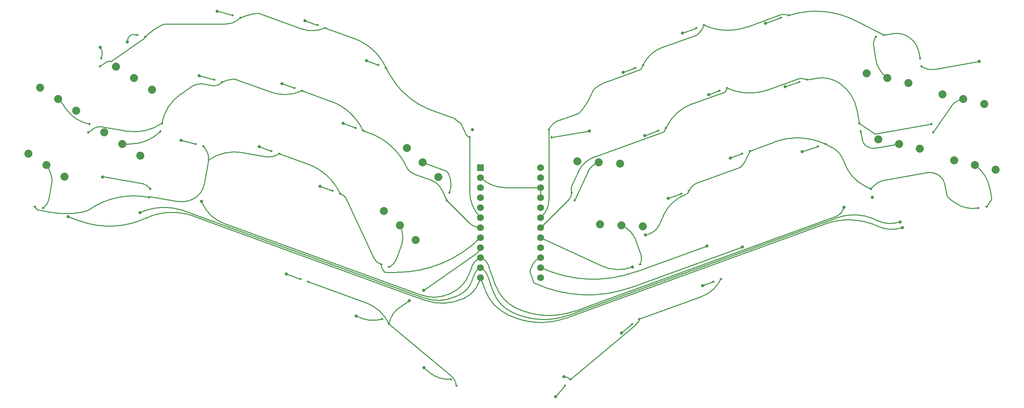
<source format=gbr>
%TF.GenerationSoftware,KiCad,Pcbnew,9.0.2*%
%TF.CreationDate,2025-06-13T21:11:18+02:00*%
%TF.ProjectId,quacken_pcb,71756163-6b65-46e5-9f70-63622e6b6963,v1.0.0*%
%TF.SameCoordinates,Original*%
%TF.FileFunction,Copper,L1,Top*%
%TF.FilePolarity,Positive*%
%FSLAX46Y46*%
G04 Gerber Fmt 4.6, Leading zero omitted, Abs format (unit mm)*
G04 Created by KiCad (PCBNEW 9.0.2) date 2025-06-13 21:11:18*
%MOMM*%
%LPD*%
G01*
G04 APERTURE LIST*
G04 Aperture macros list*
%AMRoundRect*
0 Rectangle with rounded corners*
0 $1 Rounding radius*
0 $2 $3 $4 $5 $6 $7 $8 $9 X,Y pos of 4 corners*
0 Add a 4 corners polygon primitive as box body*
4,1,4,$2,$3,$4,$5,$6,$7,$8,$9,$2,$3,0*
0 Add four circle primitives for the rounded corners*
1,1,$1+$1,$2,$3*
1,1,$1+$1,$4,$5*
1,1,$1+$1,$6,$7*
1,1,$1+$1,$8,$9*
0 Add four rect primitives between the rounded corners*
20,1,$1+$1,$2,$3,$4,$5,0*
20,1,$1+$1,$4,$5,$6,$7,0*
20,1,$1+$1,$6,$7,$8,$9,0*
20,1,$1+$1,$8,$9,$2,$3,0*%
G04 Aperture macros list end*
%TA.AperFunction,SMDPad,CuDef*%
%ADD10RoundRect,0.112500X0.041587X-0.214670X0.169844X0.137715X-0.041587X0.214670X-0.169844X-0.137715X0*%
%TD*%
%TA.AperFunction,SMDPad,CuDef*%
%ADD11RoundRect,0.112500X-0.169844X0.137715X-0.041587X-0.214670X0.169844X-0.137715X0.041587X0.214670X0*%
%TD*%
%TA.AperFunction,SMDPad,CuDef*%
%ADD12RoundRect,0.112500X0.214670X0.041587X-0.137715X0.169844X-0.214670X-0.041587X0.137715X-0.169844X0*%
%TD*%
%TA.AperFunction,ComponentPad*%
%ADD13C,2.032000*%
%TD*%
%TA.AperFunction,SMDPad,CuDef*%
%ADD14RoundRect,0.112500X0.211246X0.056460X-0.149227X0.159824X-0.211246X-0.056460X0.149227X-0.159824X0*%
%TD*%
%TA.AperFunction,SMDPad,CuDef*%
%ADD15RoundRect,0.112500X0.165116X0.143350X-0.204187X0.078232X-0.165116X-0.143350X0.204187X-0.078232X0*%
%TD*%
%TA.AperFunction,SMDPad,CuDef*%
%ADD16RoundRect,0.112500X0.137715X0.169844X-0.214670X0.041587X-0.137715X-0.169844X0.214670X-0.041587X0*%
%TD*%
%TA.AperFunction,SMDPad,CuDef*%
%ADD17RoundRect,0.112500X0.078232X-0.204187X0.143350X0.165116X-0.078232X0.204187X-0.143350X-0.165116X0*%
%TD*%
%TA.AperFunction,SMDPad,CuDef*%
%ADD18RoundRect,0.112500X0.149227X0.159824X-0.211246X0.056460X-0.149227X-0.159824X0.211246X-0.056460X0*%
%TD*%
%TA.AperFunction,SMDPad,CuDef*%
%ADD19RoundRect,0.112500X-0.137715X-0.169844X0.214670X-0.041587X0.137715X0.169844X-0.214670X0.041587X0*%
%TD*%
%TA.AperFunction,ComponentPad*%
%ADD20R,1.752600X1.752600*%
%TD*%
%TA.AperFunction,ComponentPad*%
%ADD21C,1.752600*%
%TD*%
%TA.AperFunction,SMDPad,CuDef*%
%ADD22RoundRect,0.112500X0.204187X0.078232X-0.165116X0.143350X-0.204187X-0.078232X0.165116X-0.143350X0*%
%TD*%
%TA.AperFunction,SMDPad,CuDef*%
%ADD23RoundRect,0.112500X-0.078232X0.204187X-0.143350X-0.165116X0.078232X-0.204187X0.143350X0.165116X0*%
%TD*%
%TA.AperFunction,SMDPad,CuDef*%
%ADD24RoundRect,0.112500X-0.143350X0.165116X-0.078232X-0.204187X0.143350X-0.165116X0.078232X0.204187X0*%
%TD*%
%TA.AperFunction,SMDPad,CuDef*%
%ADD25RoundRect,0.112500X0.034343X0.215947X-0.206703X-0.071320X-0.034343X-0.215947X0.206703X0.071320X0*%
%TD*%
%TA.AperFunction,SMDPad,CuDef*%
%ADD26RoundRect,0.112500X0.218118X-0.015391X-0.089064X0.199700X-0.218118X0.015391X0.089064X-0.199700X0*%
%TD*%
%TA.AperFunction,SMDPad,CuDef*%
%ADD27RoundRect,0.112500X0.089064X0.199700X-0.218118X-0.015391X-0.089064X-0.199700X0.218118X0.015391X0*%
%TD*%
%TA.AperFunction,SMDPad,CuDef*%
%ADD28RoundRect,0.112500X-0.204187X-0.078232X0.165116X-0.143350X0.204187X0.078232X-0.165116X0.143350X0*%
%TD*%
%TA.AperFunction,SMDPad,CuDef*%
%ADD29RoundRect,0.112500X-0.165116X-0.143350X0.204187X-0.078232X0.165116X0.143350X-0.204187X0.078232X0*%
%TD*%
%TA.AperFunction,SMDPad,CuDef*%
%ADD30RoundRect,0.112500X0.206703X-0.071320X-0.034343X0.215947X-0.206703X0.071320X0.034343X-0.215947X0*%
%TD*%
%TA.AperFunction,SMDPad,CuDef*%
%ADD31RoundRect,0.112500X-0.214670X-0.041587X0.137715X-0.169844X0.214670X0.041587X-0.137715X0.169844X0*%
%TD*%
%TA.AperFunction,ViaPad*%
%ADD32C,0.800000*%
%TD*%
%TA.AperFunction,Conductor*%
%ADD33C,0.250000*%
%TD*%
G04 APERTURE END LIST*
D10*
%TO.P,,1*%
%TO.N,P20*%
X187440058Y-119603703D03*
%TO.P,,2*%
%TO.N,inner_top*%
X188158300Y-117630349D03*
%TD*%
D11*
%TO.P,,1*%
%TO.N,P4*%
X213321228Y-133605120D03*
%TO.P,,2*%
%TO.N,mirror_inner_home*%
X214039470Y-135578474D03*
%TD*%
D12*
%TO.P,,1*%
%TO.N,P19*%
X160443712Y-117902839D03*
%TO.P,,2*%
%TO.N,index_home*%
X158470358Y-117184597D03*
%TD*%
D13*
%TO.P,S27,1*%
%TO.N,P16*%
X94842790Y-118343623D03*
%TO.P,S27,2*%
%TO.N,pinky_home*%
X99402171Y-121279962D03*
%TO.P,S27,3*%
%TO.N,P16*%
X103961547Y-124216299D03*
%TD*%
D14*
%TO.P,,1*%
%TO.N,P18*%
X120014931Y-121893109D03*
%TO.P,,2*%
%TO.N,ring_bottom*%
X117996281Y-121314271D03*
%TD*%
D15*
%TO.P,,1*%
%TO.N,P3*%
X292452289Y-93621494D03*
%TO.P,,2*%
%TO.N,mirror_pinky_top*%
X290384193Y-93986156D03*
%TD*%
D16*
%TO.P,,1*%
%TO.N,P3*%
X246841367Y-91059757D03*
%TO.P,,2*%
%TO.N,mirror_middle_top*%
X244868013Y-91778001D03*
%TD*%
%TO.P,,1*%
%TO.N,P6*%
X251149254Y-155524044D03*
%TO.P,,2*%
%TO.N,mirror_tucky_default*%
X249175900Y-156242288D03*
%TD*%
%TO.P,,1*%
%TO.N,P4*%
X252655716Y-107034535D03*
%TO.P,,2*%
%TO.N,mirror_middle_home*%
X250682362Y-107752779D03*
%TD*%
D17*
%TO.P,,1*%
%TO.N,P18*%
X106155602Y-134808210D03*
%TO.P,,2*%
%TO.N,pinky_bottom*%
X106520264Y-132740114D03*
%TD*%
D13*
%TO.P,S28,1*%
%TO.N,P16*%
X97794795Y-101601890D03*
%TO.P,S28,2*%
%TO.N,pinky_top*%
X102354176Y-104538229D03*
%TO.P,S28,3*%
%TO.N,P16*%
X106913552Y-107474566D03*
%TD*%
D18*
%TO.P,,1*%
%TO.N,P5*%
X277668921Y-121314268D03*
%TO.P,,2*%
%TO.N,mirror_ring_bottom*%
X275650271Y-121893106D03*
%TD*%
D13*
%TO.P,S37,1*%
%TO.N,P9*%
X231350707Y-142207455D03*
%TO.P,S37,2*%
%TO.N,mirror_inner_bottom*%
X225934003Y-141944201D03*
%TO.P,S37,3*%
%TO.N,P9*%
X220517295Y-141680950D03*
%TD*%
D11*
%TO.P,,1*%
%TO.N,P3*%
X207506880Y-117630350D03*
%TO.P,,2*%
%TO.N,mirror_inner_top*%
X208225124Y-119603704D03*
%TD*%
D17*
%TO.P,,1*%
%TO.N,P19*%
X90790688Y-118289158D03*
%TO.P,,2*%
%TO.N,outer_home*%
X91155350Y-116221062D03*
%TD*%
D19*
%TO.P,,1*%
%TO.N,P5*%
X228675350Y-152545973D03*
%TO.P,,2*%
%TO.N,mirror_inner_bottom*%
X230648704Y-151827731D03*
%TD*%
D17*
%TO.P,,1*%
%TO.N,P20*%
X93742697Y-101547427D03*
%TO.P,,2*%
%TO.N,outer_top*%
X94107359Y-99479331D03*
%TD*%
D20*
%TO.P,MCU1,1*%
%TO.N,RAW*%
X190212593Y-127246948D03*
D21*
%TO.P,MCU1,2*%
%TO.N,GND*%
X190212592Y-129786947D03*
%TO.P,MCU1,3*%
%TO.N,RST*%
X190212591Y-132326949D03*
%TO.P,MCU1,4*%
%TO.N,VCC*%
X190212591Y-134866948D03*
%TO.P,MCU1,5*%
%TO.N,P21*%
X190212589Y-137406947D03*
%TO.P,MCU1,6*%
%TO.N,P20*%
X190212594Y-139946948D03*
%TO.P,MCU1,7*%
%TO.N,P19*%
X190212594Y-142486947D03*
%TO.P,MCU1,8*%
%TO.N,P18*%
X190212591Y-145026950D03*
%TO.P,MCU1,9*%
%TO.N,P15*%
X190212592Y-147566950D03*
%TO.P,MCU1,10*%
%TO.N,P14*%
X190212591Y-150106948D03*
%TO.P,MCU1,11*%
%TO.N,P16*%
X190212591Y-152646949D03*
%TO.P,MCU1,12*%
%TO.N,P10*%
X190212591Y-155186949D03*
%TO.P,MCU1,13*%
%TO.N,P1*%
X205452593Y-127246947D03*
%TO.P,MCU1,14*%
%TO.N,P0*%
X205452593Y-129786947D03*
%TO.P,MCU1,15*%
%TO.N,GND*%
X205452593Y-132326948D03*
%TO.P,MCU1,16*%
X205452592Y-134866946D03*
%TO.P,MCU1,17*%
%TO.N,P2*%
X205452593Y-137406946D03*
%TO.P,MCU1,18*%
%TO.N,P3*%
X205452590Y-139946949D03*
%TO.P,MCU1,19*%
%TO.N,P4*%
X205452590Y-142486948D03*
%TO.P,MCU1,20*%
%TO.N,P5*%
X205452595Y-145026949D03*
%TO.P,MCU1,21*%
%TO.N,P6*%
X205452593Y-147566948D03*
%TO.P,MCU1,22*%
%TO.N,P7*%
X205452593Y-150106947D03*
%TO.P,MCU1,23*%
%TO.N,P8*%
X205452592Y-152646949D03*
%TO.P,MCU1,24*%
%TO.N,P9*%
X205452591Y-155186948D03*
%TD*%
D22*
%TO.P,,1*%
%TO.N,P20*%
X105280994Y-93986157D03*
%TO.P,,2*%
%TO.N,pinky_top*%
X103212898Y-93621495D03*
%TD*%
D13*
%TO.P,S30,1*%
%TO.N,P16*%
X288022306Y-103338371D03*
%TO.P,S30,2*%
%TO.N,mirror_pinky_top*%
X293311006Y-104538226D03*
%TO.P,S30,3*%
%TO.N,P16*%
X298599707Y-105738081D03*
%TD*%
D16*
%TO.P,,1*%
%TO.N,P5*%
X258470049Y-123009304D03*
%TO.P,,2*%
%TO.N,mirror_middle_bottom*%
X256496695Y-123727548D03*
%TD*%
%TO.P,,1*%
%TO.N,P5*%
X243009176Y-133159356D03*
%TO.P,,2*%
%TO.N,mirror_index_bottom*%
X241035822Y-133877600D03*
%TD*%
D13*
%TO.P,S32,1*%
%TO.N,P10*%
X87693654Y-112818248D03*
%TO.P,S32,2*%
%TO.N,outer_home*%
X83134273Y-109881909D03*
%TO.P,S32,3*%
%TO.N,P10*%
X78574897Y-106945572D03*
%TD*%
%TO.P,S33,1*%
%TO.N,P9*%
X173711409Y-145627670D03*
%TO.P,S33,2*%
%TO.N,inner_bottom*%
X169731187Y-141944212D03*
%TO.P,S33,3*%
%TO.N,P9*%
X165750967Y-138260760D03*
%TD*%
D23*
%TO.P,,1*%
%TO.N,P19*%
X109472287Y-115998378D03*
%TO.P,,2*%
%TO.N,pinky_home*%
X109107625Y-118066474D03*
%TD*%
D14*
%TO.P,,1*%
%TO.N,P19*%
X124700758Y-105551668D03*
%TO.P,,2*%
%TO.N,ring_home*%
X122682108Y-104972830D03*
%TD*%
D13*
%TO.P,S35,1*%
%TO.N,P10*%
X320771642Y-127823503D03*
%TO.P,S35,2*%
%TO.N,mirror_outer_bottom*%
X315482942Y-126623648D03*
%TO.P,S35,3*%
%TO.N,P10*%
X310194241Y-125423793D03*
%TD*%
D12*
%TO.P,,1*%
%TO.N,P18*%
X154629362Y-133877609D03*
%TO.P,,2*%
%TO.N,index_bottom*%
X152656008Y-133159367D03*
%TD*%
D24*
%TO.P,,1*%
%TO.N,P3*%
X301557823Y-99479327D03*
%TO.P,,2*%
%TO.N,mirror_outer_top*%
X301922485Y-101547423D03*
%TD*%
%TO.P,,1*%
%TO.N,P4*%
X304509844Y-116221060D03*
%TO.P,,2*%
%TO.N,mirror_outer_home*%
X304874506Y-118289156D03*
%TD*%
D13*
%TO.P,S34,1*%
%TO.N,P9*%
X179525749Y-129652888D03*
%TO.P,S34,2*%
%TO.N,inner_home*%
X175545527Y-125969430D03*
%TO.P,S34,3*%
%TO.N,P9*%
X171565307Y-122285978D03*
%TD*%
D24*
%TO.P,,1*%
%TO.N,P5*%
X289144929Y-132740110D03*
%TO.P,,2*%
%TO.N,mirror_pinky_bottom*%
X289509591Y-134808206D03*
%TD*%
D12*
%TO.P,,1*%
%TO.N,P20*%
X166258054Y-101928059D03*
%TO.P,,2*%
%TO.N,index_top*%
X164284700Y-101209817D03*
%TD*%
D25*
%TO.P,,1*%
%TO.N,P6*%
X212960185Y-181032069D03*
%TO.P,,2*%
%TO.N,mirror_reachy_default*%
X211610331Y-182640763D03*
%TD*%
D26*
%TO.P,,1*%
%TO.N,P15*%
X167009788Y-166968725D03*
%TO.P,,2*%
%TO.N,comfy_default*%
X165289568Y-165764215D03*
%TD*%
D13*
%TO.P,S38,1*%
%TO.N,P9*%
X225536369Y-126232681D03*
%TO.P,S38,2*%
%TO.N,mirror_inner_home*%
X220119665Y-125969427D03*
%TO.P,S38,3*%
%TO.N,P9*%
X214702957Y-125706176D03*
%TD*%
D12*
%TO.P,,1*%
%TO.N,P18*%
X139168493Y-123727545D03*
%TO.P,,2*%
%TO.N,middle_bottom*%
X137195139Y-123009303D03*
%TD*%
D27*
%TO.P,,1*%
%TO.N,P6*%
X230375628Y-165764216D03*
%TO.P,,2*%
%TO.N,mirror_comfy_default*%
X228655408Y-166968726D03*
%TD*%
D12*
%TO.P,,1*%
%TO.N,P19*%
X144982837Y-107752779D03*
%TO.P,,2*%
%TO.N,middle_home*%
X143009483Y-107034537D03*
%TD*%
D16*
%TO.P,,1*%
%TO.N,P4*%
X237194832Y-117184592D03*
%TO.P,,2*%
%TO.N,mirror_index_home*%
X235221478Y-117902836D03*
%TD*%
D13*
%TO.P,S36,1*%
%TO.N,P10*%
X317819616Y-111081760D03*
%TO.P,S36,2*%
%TO.N,mirror_outer_home*%
X312530916Y-109881905D03*
%TO.P,S36,3*%
%TO.N,P10*%
X307242215Y-108682050D03*
%TD*%
D16*
%TO.P,,1*%
%TO.N,P3*%
X231380486Y-101209813D03*
%TO.P,,2*%
%TO.N,mirror_index_top*%
X229407132Y-101928057D03*
%TD*%
D13*
%TO.P,S29,1*%
%TO.N,P16*%
X290974329Y-120080106D03*
%TO.P,S29,2*%
%TO.N,mirror_pinky_home*%
X296263029Y-121279961D03*
%TO.P,S29,3*%
%TO.N,P16*%
X301551730Y-122479816D03*
%TD*%
%TO.P,S31,1*%
%TO.N,P10*%
X84741630Y-129559977D03*
%TO.P,S31,2*%
%TO.N,outer_bottom*%
X80182249Y-126623638D03*
%TO.P,S31,3*%
%TO.N,P10*%
X75622873Y-123687301D03*
%TD*%
D28*
%TO.P,,1*%
%TO.N,P18*%
X77255437Y-137175719D03*
%TO.P,,2*%
%TO.N,outer_bottom*%
X79323533Y-137540381D03*
%TD*%
D14*
%TO.P,,1*%
%TO.N,P20*%
X129386600Y-89210209D03*
%TO.P,,2*%
%TO.N,ring_top*%
X127367950Y-88631371D03*
%TD*%
D18*
%TO.P,,1*%
%TO.N,P4*%
X272983084Y-104972825D03*
%TO.P,,2*%
%TO.N,mirror_ring_home*%
X270964434Y-105551663D03*
%TD*%
D12*
%TO.P,,1*%
%TO.N,P15*%
X146489292Y-156242291D03*
%TO.P,,2*%
%TO.N,tucky_default*%
X144515938Y-155524049D03*
%TD*%
D18*
%TO.P,,1*%
%TO.N,P3*%
X268297252Y-88631370D03*
%TO.P,,2*%
%TO.N,mirror_ring_top*%
X266278602Y-89210208D03*
%TD*%
D29*
%TO.P,,1*%
%TO.N,P5*%
X316341658Y-137540379D03*
%TO.P,,2*%
%TO.N,mirror_outer_bottom*%
X318409754Y-137175717D03*
%TD*%
D12*
%TO.P,,1*%
%TO.N,P20*%
X150797181Y-91777998D03*
%TO.P,,2*%
%TO.N,middle_top*%
X148823827Y-91059756D03*
%TD*%
D30*
%TO.P,,1*%
%TO.N,P15*%
X184054848Y-182640768D03*
%TO.P,,2*%
%TO.N,reachy_default*%
X182704994Y-181032074D03*
%TD*%
D31*
%TO.P,,1*%
%TO.N,P18*%
X165016492Y-151827739D03*
%TO.P,,2*%
%TO.N,inner_bottom*%
X166989846Y-152545981D03*
%TD*%
D24*
%TO.P,,1*%
%TO.N,P4*%
X286192898Y-115998379D03*
%TO.P,,2*%
%TO.N,mirror_pinky_home*%
X286557560Y-118066475D03*
%TD*%
D10*
%TO.P,,1*%
%TO.N,P19*%
X181625723Y-135578478D03*
%TO.P,,2*%
%TO.N,inner_home*%
X182343965Y-133605124D03*
%TD*%
D32*
%TO.N,P15*%
X172167494Y-161037238D03*
X175797507Y-158417789D03*
%TO.N,P14*%
X282297825Y-137323248D03*
X119497074Y-135873400D03*
%TO.N,P16*%
X103912764Y-138693313D03*
X296476988Y-141048338D03*
%TO.N,P10*%
X85656544Y-139731953D03*
X297127178Y-142487123D03*
%TO.N,P5*%
X228675348Y-152545980D03*
X231974194Y-144415671D03*
%TO.N,P6*%
X211360976Y-180376806D03*
%TO.N,P7*%
X256592320Y-147449749D03*
%TO.N,P8*%
X247586764Y-147163382D03*
%TO.N,pinky_bottom*%
X94419698Y-129675712D03*
%TO.N,ring_bottom*%
X114301173Y-120316294D03*
%TO.N,ring_home*%
X118890888Y-103947282D03*
%TO.N,ring_top*%
X123480595Y-87578266D03*
%TO.N,middle_bottom*%
X134157408Y-121940831D03*
%TO.N,middle_home*%
X139877779Y-105931854D03*
%TO.N,middle_top*%
X145692124Y-89957076D03*
%TO.N,index_bottom*%
X149541427Y-132009692D03*
%TO.N,index_home*%
X155355767Y-116034919D03*
%TO.N,index_top*%
X161264066Y-100094345D03*
%TO.N,tucky_default*%
X140951509Y-154251771D03*
%TO.N,comfy_default*%
X158711782Y-164929608D03*
%TO.N,reachy_default*%
X175826559Y-178076625D03*
%TO.N,mirror_pinky_bottom*%
X289509591Y-134808208D03*
%TO.N,mirror_ring_bottom*%
X271721988Y-123191907D03*
%TO.N,mirror_ring_home*%
X267419754Y-106714928D03*
%TO.N,mirror_ring_top*%
X262360613Y-90625958D03*
%TO.N,mirror_middle_bottom*%
X253481080Y-124800237D03*
%TO.N,mirror_middle_home*%
X248034087Y-108716941D03*
%TO.N,mirror_middle_top*%
X241438118Y-93079872D03*
%TO.N,mirror_index_bottom*%
X237757956Y-135077674D03*
%TO.N,mirror_index_home*%
X231868441Y-119123504D03*
%TO.N,mirror_index_top*%
X226336008Y-103046133D03*
%TO.N,mirror_tucky_default*%
X246464780Y-157298099D03*
%TO.N,mirror_comfy_default*%
X225875887Y-169288604D03*
%TO.N,mirror_reachy_default*%
X209210225Y-185461266D03*
%TO.N,pinky_top*%
X100656344Y-95364742D03*
%TO.N,outer_top*%
X93862227Y-96694453D03*
%TO.N,inner_top*%
X188158308Y-117630350D03*
%TO.N,mirror_outer_top*%
X316607858Y-100313184D03*
%TO.N,mirror_inner_top*%
X217796976Y-117933310D03*
%TD*%
D33*
%TO.N,GND*%
X205452593Y-132326948D02*
X196344697Y-132326948D01*
X205452592Y-134866946D02*
X205452593Y-132326948D01*
X196344697Y-132326948D02*
G75*
G02*
X190212606Y-129786933I3J8672048D01*
G01*
%TO.N,P20*%
X94860832Y-100764496D02*
X95003216Y-100667727D01*
X166654563Y-102744058D02*
X167083783Y-103528895D01*
X130653513Y-88694284D02*
X130971702Y-88590277D01*
X184396561Y-115523880D02*
X184534207Y-115576901D01*
X185322918Y-116245057D02*
X186478004Y-118722146D01*
X95003216Y-100667727D02*
X95174697Y-100562907D01*
X108603616Y-91456869D02*
X108929437Y-91280465D01*
X167545911Y-104294802D02*
X168040137Y-105040414D01*
X168565566Y-105764372D02*
X169121248Y-106465375D01*
X166258056Y-101928064D02*
X166454705Y-102343919D01*
X169121248Y-106465375D02*
X169706181Y-107142169D01*
X130324805Y-88812262D02*
X130653513Y-88694284D01*
X173767593Y-110629385D02*
X174525067Y-111105212D01*
X93742693Y-101547423D02*
X94860832Y-100764496D01*
X173030997Y-110121825D02*
X173767593Y-110629385D01*
X129386589Y-89210214D02*
X129691736Y-89070521D01*
X183541620Y-114790454D02*
X183981091Y-115143174D01*
X132645473Y-88197443D02*
X132974562Y-88149572D01*
X106401755Y-92961341D02*
X106703806Y-92718782D01*
X105828207Y-93459506D02*
X106116964Y-93202221D01*
X95768121Y-100293650D02*
X95852694Y-100267282D01*
X133325582Y-88108635D02*
X133655708Y-88079932D01*
X131307341Y-88490935D02*
X131630373Y-88405362D01*
X131630373Y-88405362D02*
X131972022Y-88325074D01*
X106703806Y-92718782D02*
X107000202Y-92493094D01*
X168040137Y-105040414D02*
X168565566Y-105764372D01*
X132974562Y-88149572D02*
X133325582Y-88108635D01*
X95174697Y-100562907D02*
X95322090Y-100483161D01*
X130012606Y-88934347D02*
X130324805Y-88812262D01*
X95916759Y-100249606D02*
X95965154Y-100237670D01*
X170959533Y-108418265D02*
X171625699Y-109015274D01*
X130971702Y-88590277D02*
X131307341Y-88490935D01*
X95511267Y-100392847D02*
X95656873Y-100333217D01*
X131972022Y-88325074D02*
X132298711Y-88258249D01*
X95852694Y-100267282D02*
X95916759Y-100249606D01*
X166454705Y-102343919D02*
X166654563Y-102744058D01*
X95965154Y-100237670D02*
X96112235Y-100210780D01*
X108265641Y-91651418D02*
X108603616Y-91456869D01*
X132298711Y-88258249D02*
X132645473Y-88197443D01*
X96669203Y-100200801D02*
X105068682Y-94319418D01*
X184534207Y-115576901D02*
X184669106Y-115641520D01*
X172316600Y-109583470D02*
X173030997Y-110121825D01*
X129691736Y-89070521D02*
X130012606Y-88934347D01*
X175302058Y-111548465D02*
X176097168Y-111958348D01*
X178155512Y-112830061D02*
X183541620Y-114790454D01*
X176097168Y-111958348D02*
X176908953Y-112334105D01*
X183981091Y-115143174D02*
X184396561Y-115523880D01*
X169706181Y-107142169D02*
X170319318Y-107793520D01*
X133655708Y-88079932D02*
X134010214Y-88059272D01*
X109970423Y-90784696D02*
X125585456Y-90784698D01*
X174525067Y-111105212D02*
X175302058Y-111548465D01*
X176908953Y-112334105D02*
X177735950Y-112675080D01*
X107314862Y-92265894D02*
X107622020Y-92056030D01*
X150797175Y-91777998D02*
X158070000Y-94425088D01*
X185138038Y-116009931D02*
X185322918Y-116245057D01*
X105555846Y-93714877D02*
X105828207Y-93459506D01*
X134010214Y-88059272D02*
X144931034Y-92034122D01*
X106116964Y-93202221D02*
X106401755Y-92961341D01*
X170319318Y-107793520D02*
X170959533Y-108418265D01*
X107622020Y-92056030D02*
X107948652Y-91844831D01*
X95656873Y-100333217D02*
X95768121Y-100293650D01*
X184918247Y-115807043D02*
X185138038Y-116009931D01*
X184669106Y-115641520D02*
X184918247Y-115807043D01*
X107948652Y-91844831D02*
X108265641Y-91651418D01*
X96494467Y-100234386D02*
X96538759Y-100229524D01*
X96571814Y-100224554D02*
X96669203Y-100200801D01*
X167083783Y-103528895D02*
X167545911Y-104294802D01*
X177735950Y-112675080D02*
X178155512Y-112830061D01*
X96538759Y-100229524D02*
X96571814Y-100224554D01*
X96250958Y-100231391D02*
X96356086Y-100238307D01*
X105280995Y-93986159D02*
X105555846Y-93714877D01*
X96356086Y-100238307D02*
X96435193Y-100238030D01*
X96435193Y-100238030D02*
X96494467Y-100234386D01*
X171625699Y-109015274D02*
X172316600Y-109583470D01*
X109278084Y-91103118D02*
X109611693Y-90944307D01*
X107000202Y-92493094D02*
X107314862Y-92265894D01*
X96112235Y-100210780D02*
X96250958Y-100231391D01*
X108929437Y-91280465D02*
X109278084Y-91103118D01*
X109611693Y-90944307D02*
X109970423Y-90784696D01*
X95322090Y-100483161D02*
X95511267Y-100392847D01*
X187440067Y-119603698D02*
X187440062Y-133253451D01*
X186478004Y-118722146D02*
G75*
G03*
X187440056Y-119603711I1545196J720546D01*
G01*
X105068682Y-94319418D02*
G75*
G03*
X105280974Y-93986150I-296182J422918D01*
G01*
X125585456Y-90784698D02*
G75*
G03*
X129386610Y-89210233I44J5375598D01*
G01*
X144931034Y-92034122D02*
G75*
G03*
X150797162Y-91777970I2623866J7209022D01*
G01*
X158070000Y-94425088D02*
G75*
G02*
X166258072Y-101928064I-4962900J-13635412D01*
G01*
X187440062Y-133253451D02*
G75*
G03*
X190212620Y-139946920I9466038J51D01*
G01*
%TO.N,P19*%
X125243416Y-105315442D02*
X125527767Y-105208921D01*
X124976301Y-105426088D02*
X125243416Y-105315442D01*
X124700755Y-105551665D02*
X124976301Y-105426088D01*
X181625726Y-135578472D02*
X187347379Y-141300140D01*
X125527767Y-105208921D02*
X125801345Y-105117210D01*
X94528390Y-116925481D02*
X100522733Y-117982443D01*
X127848568Y-104736345D02*
X137083715Y-108097661D01*
X127256440Y-104793144D02*
X127540116Y-104760727D01*
X180401410Y-132952937D02*
X181625721Y-135578477D01*
X125801345Y-105117210D02*
X126093360Y-105030327D01*
X90790679Y-118289159D02*
X91908818Y-117506232D01*
X123780165Y-106196270D02*
X124700757Y-105551668D01*
X126093360Y-105030327D02*
X126371938Y-104958037D01*
X126670468Y-104891409D02*
X126952463Y-104838935D01*
X122444475Y-106455816D02*
X122544779Y-106470143D01*
X126371938Y-104958037D02*
X126670468Y-104891409D01*
X173366669Y-128877908D02*
X177659388Y-130440334D01*
X120204070Y-106060775D02*
X122444475Y-106455816D01*
X126952463Y-104838935D02*
X127256440Y-104793144D01*
X160443717Y-117902833D02*
X162012673Y-118473894D01*
X114140552Y-108670661D02*
X116785489Y-106818661D01*
X127540116Y-104760727D02*
X127848568Y-104736345D01*
X144982840Y-107752773D02*
X152255661Y-110399871D01*
X187347379Y-141300140D02*
G75*
G03*
X190212601Y-142486948I2865221J2865240D01*
G01*
X152255661Y-110399871D02*
G75*
G02*
X160443753Y-117902816I-4962861J-13635429D01*
G01*
X100522733Y-117982443D02*
G75*
G03*
X109472263Y-115998354I2079767J11795043D01*
G01*
X137083715Y-108097661D02*
G75*
G03*
X144982853Y-107752801I3533285J9707561D01*
G01*
X109472284Y-115998384D02*
G75*
G02*
X114140535Y-108670637I11179516J-1971216D01*
G01*
X162012673Y-118473894D02*
G75*
G02*
X171497857Y-127165480I-5748973J-15795306D01*
G01*
X122544779Y-106470143D02*
G75*
G03*
X123780171Y-106196279I287121J1628143D01*
G01*
X116785489Y-106818661D02*
G75*
G02*
X120204067Y-106060795I2624111J-3747639D01*
G01*
X177659388Y-130440334D02*
G75*
G02*
X180401377Y-132952952I-1661988J-4566166D01*
G01*
X171497868Y-127165475D02*
G75*
G03*
X173366671Y-128877902I3001432J1399575D01*
G01*
X91908818Y-117506232D02*
G75*
G02*
X94528388Y-116925495I2010782J-2871668D01*
G01*
%TO.N,P18*%
X139168490Y-123727545D02*
X146441310Y-126374634D01*
X83709098Y-138874137D02*
X84149134Y-138899650D01*
X85056309Y-138922375D02*
X85526864Y-138918310D01*
X155974529Y-134855196D02*
X156055979Y-134972560D01*
X155504653Y-134364942D02*
X155622781Y-134466993D01*
X88666688Y-138604744D02*
X89151390Y-138510313D01*
X84149134Y-138899650D02*
X84617198Y-138916498D01*
X165994115Y-153875630D02*
X168849979Y-153875634D01*
X156055979Y-134972560D02*
X156112024Y-135063962D01*
X156150758Y-135134482D02*
X156177703Y-135188505D01*
X106428273Y-134620343D02*
X113396040Y-135848945D01*
X85526864Y-138918310D02*
X85963645Y-138904536D01*
X158421588Y-140056716D02*
X163085327Y-150058151D01*
X88249520Y-138676041D02*
X88666688Y-138604744D01*
X120134555Y-131591823D02*
X121229449Y-125382366D01*
X105815557Y-134748255D02*
X106155612Y-134808213D01*
X90300923Y-138230061D02*
X90609750Y-138140162D01*
X77717866Y-137771316D02*
X77894436Y-137964844D01*
X90609750Y-138140162D02*
X90840045Y-138068241D01*
X155231620Y-134168320D02*
X155362873Y-134256870D01*
X155622781Y-134466993D02*
X155753526Y-134594018D01*
X85963645Y-138904536D02*
X86436429Y-138879131D01*
X86436429Y-138879131D02*
X86869215Y-138845843D01*
X106155610Y-134808208D02*
X106428273Y-134620343D01*
X86869215Y-138845843D02*
X87344402Y-138798568D01*
X155080342Y-134078771D02*
X155231620Y-134168320D01*
X77399132Y-137376705D02*
X77559054Y-137582834D01*
X82804225Y-138791511D02*
X83243954Y-138836644D01*
X158427622Y-140040126D02*
X158421588Y-140056716D01*
X89553274Y-138421534D02*
X89886525Y-138340319D01*
X120660204Y-122814659D02*
X120014933Y-121893113D01*
X156112024Y-135063962D02*
X156150758Y-135134482D01*
X87344402Y-138798568D02*
X87771003Y-138746023D01*
X89151390Y-138510313D02*
X89553274Y-138421534D01*
X82342575Y-138733707D02*
X82804225Y-138791511D01*
X129954504Y-123448067D02*
X135788787Y-124476815D01*
X156243844Y-135356999D02*
X158427622Y-140040126D01*
X154779501Y-133934553D02*
X154938513Y-134005387D01*
X81446721Y-138591211D02*
X81904252Y-138669089D01*
X83243954Y-138836644D02*
X83709098Y-138874137D01*
X84617198Y-138916498D02*
X85056309Y-138922375D01*
X156196557Y-135229680D02*
X156243844Y-135356999D01*
X155855640Y-134706660D02*
X155974529Y-134855196D01*
X155753526Y-134594018D02*
X155855640Y-134706660D01*
X77255440Y-137175721D02*
X77399132Y-137376705D01*
X156177703Y-135188505D02*
X156196557Y-135229680D01*
X154938513Y-134005387D02*
X155080342Y-134078771D01*
X77894436Y-137964844D02*
X81446721Y-138591211D01*
X87771003Y-138746023D02*
X88249520Y-138676041D01*
X89886525Y-138340319D02*
X90300923Y-138230061D01*
X77559054Y-137582834D02*
X77717866Y-137771316D01*
X165773291Y-153654807D02*
X165994115Y-153875630D01*
X155362873Y-134256870D02*
X155504653Y-134364942D01*
X81904252Y-138669089D02*
X82342575Y-138733707D01*
X165016494Y-151827737D02*
G75*
G03*
X165773302Y-153654796I2583906J37D01*
G01*
X113396040Y-135848945D02*
G75*
G03*
X118084661Y-134809485I1089560J6179445D01*
G01*
X118084673Y-134809502D02*
G75*
G03*
X120134565Y-131591825I-2859173J4083302D01*
G01*
X121229449Y-125382366D02*
G75*
G02*
X129954506Y-123448055I6697451J-9564934D01*
G01*
X146441310Y-126374634D02*
G75*
G02*
X154629350Y-133877610I-4962910J-13635366D01*
G01*
X135788787Y-124476815D02*
G75*
G03*
X139168499Y-123727552I785413J4454315D01*
G01*
X168849979Y-153875634D02*
G75*
G03*
X190212616Y-145026963I21J30211334D01*
G01*
X90840045Y-138068241D02*
G75*
G02*
X105815559Y-134748241I11495355J-16417059D01*
G01*
X163085327Y-150058151D02*
G75*
G03*
X165016494Y-151827733I3101673J1446351D01*
G01*
X121229449Y-125382366D02*
G75*
G03*
X120660240Y-122814634I-3384149J596766D01*
G01*
%TO.N,P15*%
X167009783Y-166968733D02*
X182788973Y-180209044D01*
X175797507Y-158417789D02*
X189341628Y-148934087D01*
X169678074Y-162780350D02*
X172167494Y-161037238D01*
X146489292Y-156242291D02*
X161112207Y-161564593D01*
X182788973Y-180209044D02*
G75*
G02*
X184054894Y-182640760I-2302373J-2743956D01*
G01*
X161112207Y-161564593D02*
G75*
G02*
X167009788Y-166968731I-3574607J-9821107D01*
G01*
X189341628Y-148934087D02*
G75*
G03*
X190212563Y-147566941I-1214828J1734887D01*
G01*
X167009783Y-166968733D02*
G75*
G02*
X169678080Y-162780359I6390017J-1126767D01*
G01*
%TO.N,P14*%
X281513969Y-138684005D02*
X281237048Y-138967915D01*
X282050391Y-137853870D02*
X281964160Y-138032459D01*
X280596925Y-139434210D02*
X280258096Y-139602615D01*
X280930080Y-139219036D02*
X280596925Y-139434210D01*
X281964160Y-138032459D02*
X281757361Y-138370874D01*
X187305824Y-154264462D02*
X187900777Y-152629853D01*
X282297825Y-137323248D02*
X282050391Y-137853870D01*
X280258096Y-139602615D02*
X280248999Y-139610949D01*
X182899649Y-159060830D02*
X182919065Y-159051769D01*
X119497074Y-135873400D02*
X119809232Y-136542817D01*
X125122246Y-141411295D02*
X175172644Y-159628156D01*
X194029694Y-157220004D02*
X192043464Y-151762873D01*
X280248999Y-139610949D02*
X219196842Y-161832122D01*
X219196842Y-161832122D02*
X219179328Y-161848164D01*
X281237048Y-138967915D02*
X280930080Y-139219036D01*
X182355554Y-159314541D02*
X182899649Y-159060830D01*
X219179328Y-161848164D02*
X214227660Y-163650425D01*
X281757361Y-138370874D02*
X281513969Y-138684005D01*
X182919065Y-159051769D02*
G75*
G03*
X187305862Y-154264476I-3585365J7688969D01*
G01*
X187900777Y-152629853D02*
G75*
G02*
X190212587Y-150106945I4201323J-1529147D01*
G01*
X175172644Y-159628156D02*
G75*
G03*
X182355544Y-159314519I3212856J8827356D01*
G01*
X192043464Y-151762873D02*
G75*
G03*
X190759984Y-150362201I-2332464J-848927D01*
G01*
X119809232Y-136542817D02*
G75*
G03*
X125122245Y-141411298I8533268J3979117D01*
G01*
X199325905Y-162999802D02*
G75*
G02*
X194029721Y-157219994I4328795J9283002D01*
G01*
X214227660Y-163650425D02*
G75*
G02*
X199325920Y-162999770I-6665460J18313325D01*
G01*
%TO.N,P16*%
X105342771Y-138105384D02*
X104972660Y-138240798D01*
X175967570Y-160397424D02*
X175428749Y-160201313D01*
X107632438Y-137524409D02*
X106859034Y-137676344D01*
X106859034Y-137676344D02*
X106095058Y-137870191D01*
X109198333Y-137347968D02*
X108412982Y-137414837D01*
X290628785Y-140622885D02*
X290300433Y-140472334D01*
X104972660Y-138240798D02*
X104619864Y-138380498D01*
X111559872Y-137404871D02*
X110774114Y-137342975D01*
X198454789Y-164114993D02*
X198227104Y-164008821D01*
X113115445Y-137656528D02*
X112341092Y-137509491D01*
X104619864Y-138380498D02*
X104258039Y-138535045D01*
X104258039Y-138535045D02*
X103912764Y-138693313D01*
X276305322Y-141535950D02*
X212575966Y-164731536D01*
X290300433Y-140472334D02*
X289969855Y-140320943D01*
X108412982Y-137414837D02*
X107632438Y-137524409D01*
X114634400Y-138075958D02*
X113880638Y-137845533D01*
X280389855Y-140039628D02*
X276322831Y-141519902D01*
X112341092Y-137509491D02*
X111559872Y-137404871D01*
X109986154Y-137323990D02*
X109198333Y-137347968D01*
X193421045Y-158763926D02*
X191841754Y-154424867D01*
X276322831Y-141519902D02*
X276305322Y-141535950D01*
X291031288Y-140810569D02*
X290628785Y-140622885D01*
X115005364Y-138209001D02*
X175428749Y-160201313D01*
X113880638Y-137845533D02*
X113115445Y-137656528D01*
X188591520Y-154416038D02*
X187917261Y-156268559D01*
X184971205Y-159483606D02*
X183739187Y-160058110D01*
X106095058Y-137870191D02*
X105342771Y-138105384D01*
X110774114Y-137342975D02*
X109986154Y-137323990D01*
X115005364Y-138209001D02*
X114634400Y-138075958D01*
X191841754Y-154424867D02*
G75*
G03*
X190212574Y-152646989I-2960654J-1077633D01*
G01*
X198227104Y-164008821D02*
G75*
G02*
X193421009Y-158763939I3928096J8423921D01*
G01*
X289969855Y-140320943D02*
G75*
G03*
X280389861Y-140039644I-5142955J-11879757D01*
G01*
X190212589Y-152646949D02*
G75*
G03*
X188591550Y-154416049I1325011J-2841351D01*
G01*
X183739187Y-160058110D02*
G75*
G02*
X175967572Y-160397417I-4295387J9211510D01*
G01*
X187917261Y-156268559D02*
G75*
G02*
X184971216Y-159483630I-5353961J1948659D01*
G01*
X212575966Y-164731536D02*
G75*
G02*
X198454786Y-164115000I-6316366J17354036D01*
G01*
X296476988Y-141048338D02*
G75*
G02*
X291031304Y-140810535I-2435788J6692438D01*
G01*
%TO.N,P10*%
X186131289Y-160386034D02*
X186172994Y-160364058D01*
X172614034Y-159670863D02*
X126385885Y-142845197D01*
X110552223Y-138660431D02*
X111356889Y-138604166D01*
X117012443Y-139419459D02*
X126360390Y-142821832D01*
X111356889Y-138604166D02*
X112163404Y-138590087D01*
X185785741Y-160547166D02*
X186131289Y-160386034D01*
X197604368Y-164849735D02*
X197073462Y-164602170D01*
X108171267Y-139080251D02*
X108957227Y-138898801D01*
X112969541Y-138618241D02*
X113773103Y-138688546D01*
X114571883Y-138800806D02*
X115363695Y-138954721D01*
X172614034Y-159670863D02*
X176174576Y-160966801D01*
X105885297Y-139867370D02*
X106633200Y-139565199D01*
X107395886Y-139302583D02*
X108171267Y-139080251D01*
X189748472Y-156462099D02*
X190212599Y-155186949D01*
X211859811Y-165472141D02*
X277368344Y-141628987D01*
X116917760Y-139385702D02*
X117012443Y-139419459D01*
X85656544Y-139731953D02*
X88672044Y-140829507D01*
X115363695Y-138954721D02*
X116146370Y-139149865D01*
X116146370Y-139149865D02*
X116917760Y-139385702D01*
X112163404Y-138590087D02*
X112969541Y-138618241D01*
X113773103Y-138688546D02*
X114571883Y-138800806D01*
X105518653Y-140035428D02*
X105885297Y-139867370D01*
X105380135Y-140100015D02*
X105518653Y-140035428D01*
X297089826Y-142485495D02*
X297078662Y-142489556D01*
X191376661Y-158385203D02*
X190212593Y-155186950D01*
X106633200Y-139565199D02*
X107395886Y-139302583D01*
X108957227Y-138898801D02*
X109751605Y-138758728D01*
X109751605Y-138758728D02*
X110552223Y-138660431D01*
X297078662Y-142489556D02*
G75*
G02*
X291074199Y-142227386I-2685762J7379156D01*
G01*
X186172994Y-160364058D02*
G75*
G03*
X189748493Y-156462107I-2922294J6266958D01*
G01*
X211859811Y-165472141D02*
G75*
G02*
X197604367Y-164849738I-6376411J17519141D01*
G01*
X126385885Y-142845197D02*
G75*
G02*
X126360401Y-142821827I15515J42497D01*
G01*
X88672044Y-140829507D02*
G75*
G03*
X105380130Y-140100005I7473456J20533207D01*
G01*
X291074193Y-142227398D02*
G75*
G03*
X277368338Y-141628970I-7575293J-16245202D01*
G01*
X176174576Y-160966801D02*
G75*
G03*
X185785738Y-160547159I4299024J11811601D01*
G01*
X197073462Y-164602170D02*
G75*
G02*
X191376638Y-158385211I4656138J9985170D01*
G01*
%TO.N,P3*%
X266434494Y-88358342D02*
X257708771Y-91534246D01*
X245811205Y-92726254D02*
X245623132Y-92949931D01*
X218890524Y-107302863D02*
X217891055Y-109446223D01*
X267279408Y-88335380D02*
X267104003Y-88320491D01*
X294594266Y-93243807D02*
X292452293Y-93621497D01*
X292452298Y-93621502D02*
X285282117Y-89968107D01*
X245623132Y-92949931D02*
X245440783Y-93150998D01*
X217728314Y-109789031D02*
X217369518Y-110457792D01*
X222257109Y-105399665D02*
X221926136Y-105522963D01*
X246841371Y-91059760D02*
X246723069Y-91307796D01*
X215577985Y-112901126D02*
X215048067Y-113444425D01*
X216973780Y-111105385D02*
X216542360Y-111729768D01*
X217891055Y-109446223D02*
X217728314Y-109789031D01*
X298962648Y-94283924D02*
X298812873Y-94179046D01*
X207506884Y-117630347D02*
X207506884Y-135520098D01*
X268297248Y-88631373D02*
X268136665Y-88559109D01*
X231380489Y-101209810D02*
X231251989Y-101479718D01*
X246301738Y-92048464D02*
X246149496Y-92275778D01*
X266620471Y-88332522D02*
X266434494Y-88358342D01*
X215048067Y-113444425D02*
X210115958Y-115239564D01*
X267958422Y-88490722D02*
X267791530Y-88437658D01*
X246723069Y-91307796D02*
X246589570Y-91563695D01*
X267791530Y-88437658D02*
X267604781Y-88389790D01*
X301557822Y-99479329D02*
X301284319Y-97928218D01*
X219452361Y-106874738D02*
X218890524Y-107302863D01*
X266949943Y-88315974D02*
X266770040Y-88320260D01*
X245440783Y-93150998D02*
X245235376Y-93361565D01*
X231108442Y-101757398D02*
X230788503Y-102294492D01*
X220039018Y-106481315D02*
X219452361Y-106874738D01*
X267434308Y-88356782D02*
X267279408Y-88335380D01*
X246149496Y-92275778D02*
X245979083Y-92511378D01*
X268136665Y-88559109D02*
X267958422Y-88490722D01*
X245039849Y-93547371D02*
X236252027Y-96745879D01*
X221278173Y-105804192D02*
X220648371Y-106124036D01*
X246589570Y-91563695D02*
X246453898Y-91802060D01*
X267104003Y-88320491D02*
X266949943Y-88315974D01*
X221926136Y-105522963D02*
X221278173Y-105804192D01*
X246453898Y-91802060D02*
X246301738Y-92048464D01*
X220648371Y-106124036D02*
X220039018Y-106481315D01*
X267604781Y-88389790D02*
X267434308Y-88356782D01*
X216542360Y-111729768D02*
X216076605Y-112328978D01*
X245235376Y-93361565D02*
X245039849Y-93547371D01*
X231251989Y-101479718D02*
X231108442Y-101757398D01*
X230788503Y-102294492D02*
X222257109Y-105399665D01*
X245979083Y-92511378D02*
X245811205Y-92726254D01*
X217369518Y-110457792D02*
X216973780Y-111105385D01*
X266770040Y-88320260D02*
X266620471Y-88332522D01*
X216076605Y-112328978D02*
X215577985Y-112901126D01*
X298812873Y-94179046D02*
G75*
G03*
X294594263Y-93243791I-3238273J-4624754D01*
G01*
X236252027Y-96745879D02*
G75*
G03*
X231380444Y-101209799I2952673J-8112521D01*
G01*
X210115958Y-115239564D02*
G75*
G03*
X207506906Y-117630349I1581442J-4344836D01*
G01*
X257708771Y-91534246D02*
G75*
G02*
X246841361Y-91059781I-4860971J13355446D01*
G01*
X285282117Y-89968107D02*
G75*
G03*
X268297247Y-88631372I-10106017J-19834193D01*
G01*
X207506884Y-135520098D02*
G75*
G02*
X205829213Y-139570296I-5727784J-2D01*
G01*
X301284319Y-97928218D02*
G75*
G03*
X298962646Y-94283926I-5559919J-980382D01*
G01*
%TO.N,P4*%
X304509842Y-116221060D02*
X290131655Y-118756316D01*
X252152372Y-108027728D02*
X243916453Y-111025354D01*
X212604781Y-135334753D02*
X205452594Y-142486953D01*
X272277471Y-104720691D02*
X272084001Y-104679787D01*
X252335646Y-107687588D02*
X252152372Y-108027728D01*
X272637214Y-104827911D02*
X272451035Y-104767100D01*
X270945494Y-104667980D02*
X270787910Y-104698790D01*
X272983084Y-104972821D02*
X272805755Y-104893032D01*
X270787910Y-104698790D02*
X263115735Y-107491228D01*
X271907977Y-104652668D02*
X271708458Y-104632814D01*
X214964314Y-128322877D02*
X213405940Y-131664821D01*
X236782879Y-118068019D02*
X236707680Y-118136937D01*
X252496839Y-107369495D02*
X252335646Y-107687588D01*
X272084001Y-104679787D02*
X271907977Y-104652668D01*
X271157589Y-104640320D02*
X270945494Y-104667980D01*
X272451035Y-104767100D02*
X272277471Y-104720691D01*
X271708458Y-104632814D02*
X271533057Y-104625409D01*
X275231987Y-104576283D02*
X272983089Y-104972827D01*
X271328091Y-104627984D02*
X271157589Y-104640320D01*
X271533057Y-104625409D02*
X271328091Y-104627984D01*
X286192898Y-115998375D02*
X285603340Y-112654819D01*
X237194834Y-117184584D02*
X236782879Y-118068019D01*
X290131655Y-118756316D02*
X286192904Y-115998381D01*
X236707680Y-118136937D02*
X219077570Y-124553775D01*
X272805755Y-104893032D02*
X272637214Y-104827911D01*
X252655710Y-107034536D02*
X252496839Y-107369495D01*
X213405940Y-131664821D02*
G75*
G03*
X213321248Y-133605117I2299760J-1072379D01*
G01*
X263115735Y-107491228D02*
G75*
G02*
X252655710Y-107034535I-4678735J12854728D01*
G01*
X219077570Y-124553775D02*
G75*
G03*
X214964272Y-128322857I2493030J-6849725D01*
G01*
X243916453Y-111025354D02*
G75*
G03*
X237194826Y-117184589I4074047J-11193346D01*
G01*
X281316022Y-105925085D02*
G75*
G03*
X275231991Y-104576305I-4670122J-6669615D01*
G01*
X285603340Y-112654819D02*
G75*
G03*
X281316017Y-105925093I-10267140J-1810381D01*
G01*
X213321226Y-133605116D02*
G75*
G02*
X212604766Y-135334738I-2446026J16D01*
G01*
%TO.N,P5*%
X233279634Y-143940531D02*
X231974194Y-144415671D01*
X258470048Y-123009302D02*
X257603311Y-124868042D01*
X264684682Y-120747367D02*
X258470048Y-123009302D01*
X257603311Y-124868042D02*
X257491544Y-125102331D01*
X256277970Y-126888516D02*
X256158885Y-127014524D01*
X257234259Y-125580117D02*
X257084255Y-125827527D01*
X310552740Y-136257007D02*
X309228072Y-135329463D01*
X236557693Y-139371561D02*
X235283292Y-142104510D01*
X279177353Y-122082855D02*
X277668919Y-121314277D01*
X256431151Y-126715464D02*
X256277970Y-126888516D01*
X255942754Y-127223639D02*
X245232882Y-131121718D01*
X308245251Y-133786744D02*
X307813344Y-131337273D01*
X256158885Y-127014524D02*
X256067019Y-127106584D01*
X256067019Y-127106584D02*
X255996559Y-127174047D01*
X257491544Y-125102331D02*
X257360210Y-125355959D01*
X255996559Y-127174047D02*
X255942754Y-127223639D01*
X289144920Y-132740112D02*
X287612747Y-131959427D01*
X257360210Y-125355959D02*
X257234259Y-125580117D01*
X256775261Y-126280918D02*
X256626148Y-126477002D01*
X257084255Y-125827527D02*
X256945467Y-126039347D01*
X243009171Y-133159357D02*
X242764493Y-133684075D01*
X303105617Y-128590236D02*
X295088482Y-130003873D01*
X295088482Y-130003873D02*
X292809069Y-130405791D01*
X256626148Y-126477002D02*
X256431151Y-126715464D01*
X220843931Y-152204047D02*
X205452598Y-145026951D01*
X256945467Y-126039347D02*
X256775261Y-126280918D01*
X309228072Y-135329463D02*
G75*
G02*
X308245234Y-133786747I1370828J1957763D01*
G01*
X292809069Y-130405791D02*
G75*
G03*
X289144929Y-132740113I985731J-5590209D01*
G01*
X307813344Y-131337273D02*
G75*
G03*
X306549721Y-129353765I-3026044J-533527D01*
G01*
X228675347Y-152545969D02*
G75*
G02*
X220843940Y-152204028I-3502947J9624269D01*
G01*
X287612747Y-131959427D02*
G75*
G02*
X282314928Y-125756449I4838753J9496527D01*
G01*
X242764493Y-133684075D02*
G75*
G02*
X242491891Y-133933841I-437793J204175D01*
G01*
X282314911Y-125756455D02*
G75*
G03*
X279177360Y-122082841I-6003211J-1950545D01*
G01*
X277668918Y-121314269D02*
G75*
G03*
X264684684Y-120747373I-7176418J-15389831D01*
G01*
X242491898Y-133933860D02*
G75*
G03*
X236557670Y-139371550I3596802J-9882140D01*
G01*
X316341656Y-137540380D02*
G75*
G02*
X310552749Y-136256994I-1345256J7629580D01*
G01*
X306549715Y-129353773D02*
G75*
G03*
X303105618Y-128590240I-2643715J-3775627D01*
G01*
X245232882Y-131121718D02*
G75*
G03*
X243009178Y-133159358I1347718J-3702982D01*
G01*
X235283292Y-142104510D02*
G75*
G02*
X233279634Y-143940530I-3218092J1500610D01*
G01*
%TO.N,P6*%
X246298817Y-159968643D02*
X230375632Y-165764214D01*
X229388542Y-167230046D02*
X229177075Y-167460321D01*
X230323860Y-166355964D02*
X230085138Y-166559299D01*
X229842949Y-166778588D02*
X229617391Y-166995833D01*
X229617391Y-166995833D02*
X229388542Y-167230046D01*
X229177075Y-167460321D02*
X228962426Y-167708784D01*
X211378236Y-180376803D02*
X211360976Y-180376806D01*
X228962426Y-167708784D02*
X213159075Y-180969364D01*
X230085138Y-166559299D02*
X229842949Y-166778588D01*
X230375631Y-165764216D02*
X230323860Y-166355964D01*
X212960185Y-181032071D02*
G75*
G03*
X211378236Y-180376804I-1581985J-1582029D01*
G01*
X213159075Y-180969364D02*
G75*
G02*
X212960187Y-181032089I-175175J208764D01*
G01*
X251149250Y-155524040D02*
G75*
G02*
X246298811Y-159968626I-7790250J3632640D01*
G01*
%TO.N,P7*%
X256592320Y-147449749D02*
X228612981Y-157633394D01*
X203714612Y-156546311D02*
X202861994Y-154203755D01*
X202918985Y-152898438D02*
X203301556Y-152078007D01*
X202861994Y-154203755D02*
G75*
G02*
X202918993Y-152898442I1604106J583855D01*
G01*
X228612981Y-157633394D02*
G75*
G02*
X203714605Y-156546325I-11136981J30598494D01*
G01*
X203301556Y-152078007D02*
G75*
G02*
X205452583Y-150106919I3454844J-1610993D01*
G01*
%TO.N,P8*%
X247586764Y-147163382D02*
X229621545Y-153702184D01*
X229621545Y-153702184D02*
G75*
G02*
X205452611Y-152646918I-10810645J29702184D01*
G01*
%TO.N,pinky_bottom*%
X94419698Y-129675712D02*
X94471657Y-129641803D01*
X94641804Y-129583378D02*
X104214772Y-131271351D01*
X94598201Y-129590969D02*
X94641804Y-129583378D01*
X94471657Y-129641803D02*
X94541975Y-129608132D01*
X94541975Y-129608132D02*
X94598201Y-129590969D01*
X104214772Y-131271351D02*
G75*
G02*
X106520281Y-132740103I-620172J-3517349D01*
G01*
%TO.N,ring_bottom*%
X115512235Y-120601987D02*
X117996276Y-121314274D01*
X114301173Y-120316294D02*
X115358561Y-120619492D01*
X115358561Y-120619492D02*
G75*
G02*
X115512228Y-120602013I97939J-176808D01*
G01*
%TO.N,ring_home*%
X119249457Y-103988533D02*
X122682106Y-104972821D01*
X118890888Y-103947282D02*
X118936845Y-104024147D01*
X118936845Y-104024147D02*
G75*
G02*
X119249451Y-103988555I199255J-359453D01*
G01*
%TO.N,ring_top*%
X123787853Y-87604802D02*
X127367947Y-88631379D01*
X123480595Y-87578266D02*
X123515722Y-87635807D01*
X123515722Y-87635807D02*
G75*
G02*
X123787850Y-87604812I173478J-312993D01*
G01*
%TO.N,middle_bottom*%
X134157408Y-121940831D02*
X137103966Y-123013281D01*
%TO.N,middle_home*%
X141942294Y-106646115D02*
X143009476Y-107034528D01*
X139877779Y-105931854D02*
X141851133Y-106650099D01*
X141851133Y-106650099D02*
G75*
G02*
X141942289Y-106646130I50367J-108001D01*
G01*
%TO.N,middle_top*%
X145692124Y-89957076D02*
X148732652Y-91063739D01*
%TO.N,index_bottom*%
X149541427Y-132009692D02*
X152626963Y-133132740D01*
%TO.N,index_home*%
X155355767Y-116034919D02*
X158441308Y-117157970D01*
%TO.N,index_top*%
X161264066Y-100094345D02*
X164255653Y-101183194D01*
%TO.N,tucky_default*%
X140951509Y-154251771D02*
X144454461Y-155526731D01*
%TO.N,comfy_default*%
X158711782Y-164929608D02*
G75*
G03*
X165211047Y-165785275I4282518J7417508D01*
G01*
%TO.N,reachy_default*%
X175826559Y-178076625D02*
X177328445Y-179336857D01*
X177328445Y-179336857D02*
G75*
G03*
X182705005Y-181032104I4734655J5642557D01*
G01*
%TO.N,mirror_ring_bottom*%
X271721988Y-123191907D02*
X275607889Y-121929306D01*
%TO.N,mirror_ring_home*%
X267419754Y-106714928D02*
X267500839Y-106752956D01*
X267644284Y-106630448D02*
X270964429Y-105551658D01*
X267500839Y-106752956D02*
G75*
G02*
X267644280Y-106630437I219661J-111944D01*
G01*
%TO.N,mirror_ring_top*%
X262360613Y-90625958D02*
X266253385Y-89209111D01*
%TO.N,mirror_middle_bottom*%
X253481080Y-124800237D02*
X254073092Y-124584766D01*
X254134187Y-124587439D02*
X256496696Y-123727553D01*
X254073092Y-124584766D02*
G75*
G03*
X254134195Y-124587462I33808J72466D01*
G01*
%TO.N,mirror_middle_home*%
X248034087Y-108716941D02*
X248034250Y-108716608D01*
X248034250Y-108716608D02*
X250682355Y-107752778D01*
%TO.N,mirror_middle_top*%
X241438118Y-93079872D02*
X244771184Y-91866734D01*
%TO.N,mirror_index_bottom*%
X237757956Y-135077674D02*
X241023110Y-133889247D01*
%TO.N,mirror_index_home*%
X231868598Y-119123174D02*
X235221471Y-117902834D01*
X231868441Y-119123504D02*
X231868598Y-119123174D01*
%TO.N,mirror_index_top*%
X226336512Y-103045675D02*
X229407137Y-101928059D01*
X226336008Y-103046133D02*
X226336512Y-103045675D01*
%TO.N,mirror_tucky_default*%
X246567480Y-157191672D02*
X249175897Y-156242292D01*
X246464780Y-157298099D02*
X246477337Y-157274265D01*
X246477337Y-157274265D02*
G75*
G02*
X246567485Y-157191685I144763J-67535D01*
G01*
%TO.N,mirror_comfy_default*%
X225875887Y-169288604D02*
X228631692Y-166976201D01*
%TO.N,mirror_reachy_default*%
X209249951Y-185453758D02*
X211610337Y-182640764D01*
X209240641Y-185458609D02*
X209249951Y-185453758D01*
X209210225Y-185461266D02*
X209240641Y-185458609D01*
%TO.N,pinky_home*%
X99402169Y-121279961D02*
X101349602Y-121279963D01*
X101349602Y-121279963D02*
G75*
G03*
X109107619Y-118066472I-2J10971463D01*
G01*
%TO.N,pinky_top*%
X102381529Y-93474903D02*
X103212898Y-93621499D01*
X100656344Y-95364742D02*
X100759300Y-94780855D01*
X100759300Y-94780855D02*
G75*
G02*
X101461335Y-93678941I1681100J-296445D01*
G01*
X101461315Y-93678912D02*
G75*
G02*
X102381531Y-93474890I706385J-1008788D01*
G01*
%TO.N,mirror_pinky_home*%
X296263034Y-121279963D02*
X290315341Y-122328703D01*
X286927577Y-120164952D02*
X286557560Y-118066473D01*
X287975582Y-121809992D02*
G75*
G02*
X286927558Y-120164955I1461718J2087592D01*
G01*
X290315341Y-122328703D02*
G75*
G02*
X287975581Y-121809994I-543741J3083703D01*
G01*
%TO.N,mirror_pinky_top*%
X289961707Y-94728298D02*
X289899618Y-94901892D01*
X290025583Y-94577519D02*
X289961707Y-94728298D01*
X289763629Y-95739413D02*
X289766497Y-95850271D01*
X289787646Y-95395964D02*
X289768191Y-95591747D01*
X290384194Y-93986161D02*
X290286052Y-94120109D01*
X289768191Y-95591747D02*
X289763629Y-95739413D01*
X289854626Y-95056930D02*
X289812764Y-95240746D01*
X289899618Y-94901892D02*
X289854626Y-95056930D01*
X290188039Y-94271119D02*
X290106357Y-94414649D01*
X290106357Y-94414649D02*
X290025583Y-94577519D01*
X289812764Y-95240746D02*
X289787646Y-95395964D01*
X289766497Y-95850271D02*
X290259432Y-99357689D01*
X290286052Y-94120109D02*
X290188039Y-94271119D01*
X290259432Y-99357689D02*
G75*
G03*
X293311019Y-104538212I7779168J1093289D01*
G01*
%TO.N,outer_bottom*%
X81249277Y-128793110D02*
X81325787Y-129065111D01*
X81541369Y-130388288D02*
X81555167Y-130683025D01*
X81073835Y-128280969D02*
X81169584Y-128544846D01*
X81325787Y-129065111D02*
X81386437Y-129317005D01*
X81442998Y-129596431D02*
X81484177Y-129849758D01*
X81386437Y-129317005D02*
X81442998Y-129596431D01*
X81556573Y-130929003D02*
X80799249Y-135223971D01*
X81555167Y-130683025D02*
X81556573Y-130929003D01*
X80613669Y-127302482D02*
X80745574Y-127547397D01*
X81484177Y-129849758D02*
X81519968Y-130136371D01*
X81169584Y-128544846D02*
X81249277Y-128793110D01*
X81519968Y-130136371D02*
X81541369Y-130388288D01*
X80861555Y-127783210D02*
X80975715Y-128038123D01*
X80745574Y-127547397D02*
X80861555Y-127783210D01*
X80975715Y-128038123D02*
X81073835Y-128280969D01*
X80799249Y-135223971D02*
G75*
G02*
X79323535Y-137540375I-3534049J623171D01*
G01*
%TO.N,outer_home*%
X83475556Y-109944693D02*
X85224821Y-112442894D01*
X85224821Y-112442894D02*
G75*
G03*
X91155339Y-116221037I7525879J5269694D01*
G01*
%TO.N,inner_bottom*%
X170126519Y-142962987D02*
X170194921Y-143204540D01*
X170197114Y-146781139D02*
X168829671Y-150538168D01*
X170427662Y-145253332D02*
X170412807Y-145528857D01*
X170411927Y-144488805D02*
X170426116Y-144735907D01*
X170313817Y-146280353D02*
X170252528Y-146567734D01*
X170386381Y-144220090D02*
X170411927Y-144488805D01*
X170194921Y-143204540D02*
X170258462Y-143463688D01*
X170353784Y-146048799D02*
X170313817Y-146280353D01*
X170309081Y-143708729D02*
X170353897Y-143973130D01*
X170353897Y-143973130D02*
X170386381Y-144220090D01*
X170412807Y-145528857D02*
X170390405Y-145769321D01*
X170044828Y-142710105D02*
X170126519Y-142962987D01*
X170258462Y-143463688D02*
X170309081Y-143708729D01*
X170426116Y-144735907D02*
X170431830Y-145008187D01*
X170390405Y-145769321D02*
X170353784Y-146048799D01*
X170431830Y-145008187D02*
X170427662Y-145253332D01*
X170252528Y-146567734D02*
X170197114Y-146781139D01*
X168829671Y-150538168D02*
G75*
G02*
X166989844Y-152545979I-3343671J1217068D01*
G01*
%TO.N,inner_home*%
X182140300Y-128940381D02*
X182051459Y-128749862D01*
X181304723Y-128065606D02*
X175545527Y-125969430D01*
X182343965Y-133605126D02*
G75*
G03*
X182140299Y-128940382I-5732665J2086526D01*
G01*
X182051459Y-128749862D02*
G75*
G03*
X181304731Y-128065583I-1199359J-559238D01*
G01*
%TO.N,mirror_outer_bottom*%
X319283887Y-132589941D02*
X319725478Y-135094326D01*
X319659836Y-135390416D02*
X318409757Y-137175716D01*
X315482941Y-126623650D02*
G75*
G02*
X319283874Y-132589943I-5301441J-7571250D01*
G01*
X319725478Y-135094326D02*
G75*
G02*
X319659808Y-135390396I-390178J-68774D01*
G01*
%TO.N,mirror_outer_home*%
X309485653Y-111703753D02*
X304874500Y-118289158D01*
X312269138Y-109930484D02*
G75*
G03*
X309485636Y-111703741I748762J-4246616D01*
G01*
%TO.N,mirror_inner_bottom*%
X227314570Y-142769336D02*
X227510865Y-142924514D01*
X227715149Y-143098241D02*
X227898775Y-143266538D01*
X228897711Y-144450688D02*
X229049307Y-144688307D01*
X227099331Y-142611661D02*
X227314570Y-142769336D01*
X228594558Y-144031483D02*
X228760291Y-144252089D01*
X229049307Y-144688307D02*
X229167533Y-144891377D01*
X228760291Y-144252089D02*
X228897711Y-144450688D01*
X228091065Y-143455967D02*
X228260771Y-143636123D01*
X229400043Y-145350013D02*
X230767494Y-149107046D01*
X229305315Y-145150920D02*
X229400043Y-145350013D01*
X229167533Y-144891377D02*
X229305315Y-145150920D01*
X228440171Y-143841027D02*
X228594558Y-144031483D01*
X228260771Y-143636123D02*
X228440171Y-143841027D01*
X227510865Y-142924514D02*
X227715149Y-143098241D01*
X226891664Y-142470575D02*
X227099331Y-142611661D01*
X227898775Y-143266538D02*
X228091065Y-143455967D01*
X226666545Y-142329380D02*
X226891664Y-142470575D01*
X230767494Y-149107046D02*
G75*
G02*
X230648706Y-151827736I-3343594J-1216954D01*
G01*
%TO.N,mirror_inner_home*%
X217415870Y-128337757D02*
X214039465Y-135578473D01*
X219917484Y-126045451D02*
G75*
G03*
X217415865Y-128337755I1516316J-4165949D01*
G01*
%TO.N,outer_top*%
X94107357Y-99479326D02*
X94272271Y-98544054D01*
X94272271Y-98544054D02*
G75*
G03*
X93862251Y-96694436I-2437771J429854D01*
G01*
%TO.N,mirror_outer_top*%
X316607858Y-100313184D02*
X305327277Y-102302243D01*
X305327277Y-102302243D02*
G75*
G02*
X301922487Y-101547428I-791277J4487243D01*
G01*
%TO.N,mirror_inner_top*%
X217796976Y-117933310D02*
X208268793Y-119613387D01*
%TD*%
M02*

</source>
